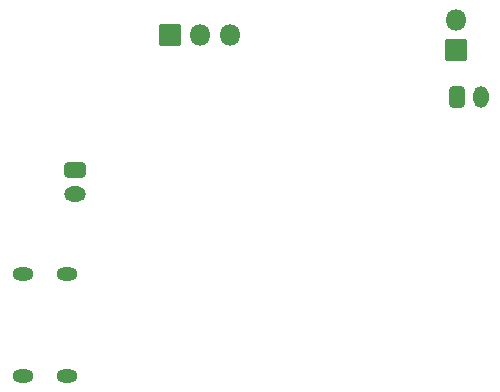
<source format=gbr>
%TF.GenerationSoftware,KiCad,Pcbnew,(6.0.4-0)*%
%TF.CreationDate,2022-07-08T14:11:35-06:00*%
%TF.ProjectId,TPS61165-heater-v6,54505336-3131-4363-952d-686561746572,rev?*%
%TF.SameCoordinates,Original*%
%TF.FileFunction,Soldermask,Bot*%
%TF.FilePolarity,Negative*%
%FSLAX46Y46*%
G04 Gerber Fmt 4.6, Leading zero omitted, Abs format (unit mm)*
G04 Created by KiCad (PCBNEW (6.0.4-0)) date 2022-07-08 14:11:35*
%MOMM*%
%LPD*%
G01*
G04 APERTURE LIST*
G04 Aperture macros list*
%AMRoundRect*
0 Rectangle with rounded corners*
0 $1 Rounding radius*
0 $2 $3 $4 $5 $6 $7 $8 $9 X,Y pos of 4 corners*
0 Add a 4 corners polygon primitive as box body*
4,1,4,$2,$3,$4,$5,$6,$7,$8,$9,$2,$3,0*
0 Add four circle primitives for the rounded corners*
1,1,$1+$1,$2,$3*
1,1,$1+$1,$4,$5*
1,1,$1+$1,$6,$7*
1,1,$1+$1,$8,$9*
0 Add four rect primitives between the rounded corners*
20,1,$1+$1,$2,$3,$4,$5,0*
20,1,$1+$1,$4,$5,$6,$7,0*
20,1,$1+$1,$6,$7,$8,$9,0*
20,1,$1+$1,$8,$9,$2,$3,0*%
G04 Aperture macros list end*
%ADD10O,1.802000X1.102000*%
%ADD11O,1.802000X1.802000*%
%ADD12RoundRect,0.051000X0.850000X-0.850000X0.850000X0.850000X-0.850000X0.850000X-0.850000X-0.850000X0*%
%ADD13O,1.302000X1.852000*%
%ADD14RoundRect,0.301000X-0.350000X-0.625000X0.350000X-0.625000X0.350000X0.625000X-0.350000X0.625000X0*%
%ADD15RoundRect,0.051000X0.850000X0.850000X-0.850000X0.850000X-0.850000X-0.850000X0.850000X-0.850000X0*%
%ADD16O,1.852000X1.302000*%
%ADD17RoundRect,0.301000X-0.625000X0.350000X-0.625000X-0.350000X0.625000X-0.350000X0.625000X0.350000X0*%
G04 APERTURE END LIST*
D10*
%TO.C,J1*%
X118520000Y-88120000D03*
X118520000Y-79480000D03*
X122320000Y-79480000D03*
X122320000Y-88120000D03*
%TD*%
D11*
%TO.C,J6*%
X136080000Y-59200000D03*
X133540000Y-59200000D03*
D12*
X131000000Y-59200000D03*
%TD*%
D13*
%TO.C,J4*%
X157300000Y-64500000D03*
D14*
X155300000Y-64500000D03*
%TD*%
D11*
%TO.C,J3*%
X155200000Y-57960000D03*
D15*
X155200000Y-60500000D03*
%TD*%
D16*
%TO.C,J2*%
X123000000Y-72700000D03*
D17*
X123000000Y-70700000D03*
%TD*%
M02*

</source>
